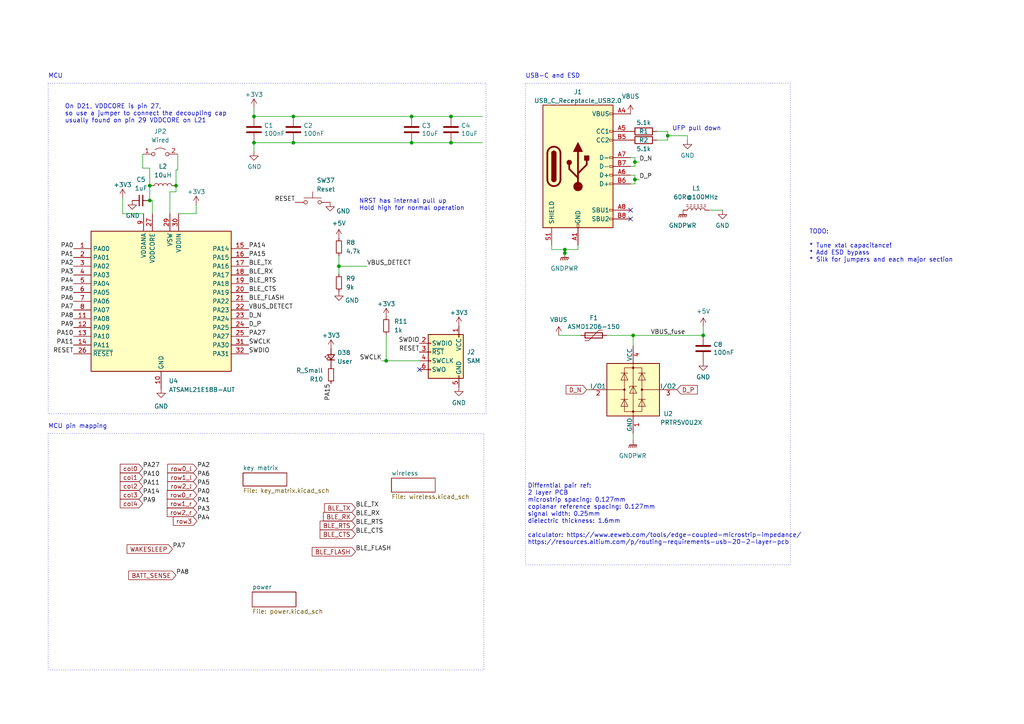
<source format=kicad_sch>
(kicad_sch (version 20230121) (generator eeschema)
  (paper "A4")
  (title_block (title "Hotswap Chiffre") (date "2023-07-13") (rev "0.2.2") (company "sporkus"))
  (lib_symbols
    (symbol "+5V_1" (power) (pin_names (offset 0))
      (property "Value" "+5V_1" (at 0 3.556 0))
      (symbol "+5V_1_0_1"
        (polyline (pts (xy -0.762 1.27) (xy 0 2.54)))
        (polyline (pts (xy 0 0) (xy 0 2.54)))
        (polyline (pts (xy 0 2.54) (xy 0.762 1.27)))
      )
      (symbol "+5V_1_1_1"
        (pin power_in line (at 0 0 90) (length 0) hide (name "+5V") (number "1"))
      )
    )
    (symbol "Connector:USB_C_Receptacle_USB2.0" (pin_names (offset 1.016))
      (property "Reference" "J" (at -10.16 19.05 0))
      (property "Value" "USB_C_Receptacle_USB2.0" (at 19.05 19.05 0))
      (symbol "USB_C_Receptacle_USB2.0_0_0"
        (rectangle (start -0.254 -17.78) (end 0.254 -16.764))
        (rectangle (start 10.16 -14.986) (end 9.144 -15.494))
        (rectangle (start 10.16 -12.446) (end 9.144 -12.954))
        (rectangle (start 10.16 -4.826) (end 9.144 -5.334))
        (rectangle (start 10.16 -2.286) (end 9.144 -2.794))
        (rectangle (start 10.16 0.254) (end 9.144 -0.254))
        (rectangle (start 10.16 2.794) (end 9.144 2.286))
        (rectangle (start 10.16 7.874) (end 9.144 7.366))
        (rectangle (start 10.16 10.414) (end 9.144 9.906))
        (rectangle (start 10.16 15.494) (end 9.144 14.986))
      )
      (symbol "USB_C_Receptacle_USB2.0_0_1"
        (rectangle (start -10.16 17.78) (end 10.16 -17.78) (stroke (width 0.254)) (fill (type background)))
        (arc (start -8.89 -3.81) (mid -6.985 -5.7067) (end -5.08 -3.81) (stroke (width 0.508)))
        (arc (start -7.62 -3.81) (mid -6.985 -4.4423) (end -6.35 -3.81) (stroke (width 0.254)))
        (arc (start -7.62 -3.81) (mid -6.985 -4.4423) (end -6.35 -3.81) (stroke (width 0.254)) (fill (type outline)))
        (rectangle (start -7.62 -3.81) (end -6.35 3.81) (stroke (width 0.254)) (fill (type outline)))
        (arc (start -6.35 3.81) (mid -6.985 4.4423) (end -7.62 3.81) (stroke (width 0.254)))
        (arc (start -6.35 3.81) (mid -6.985 4.4423) (end -7.62 3.81) (stroke (width 0.254)) (fill (type outline)))
        (arc (start -5.08 3.81) (mid -6.985 5.7067) (end -8.89 3.81) (stroke (width 0.508)))
        (circle (center -2.54 1.143) (radius 0.635) (stroke (width 0.254)) (fill (type outline)))
        (circle (center 0 -5.842) (radius 1.27) (fill (type outline)))
        (polyline (pts (xy -8.89 -3.81) (xy -8.89 3.81)) (stroke (width 0.508)))
        (polyline (pts (xy -5.08 3.81) (xy -5.08 -3.81)) (stroke (width 0.508)))
        (polyline (pts (xy 0 -5.842) (xy 0 4.318)) (stroke (width 0.508)))
        (polyline (pts (xy 0 -3.302) (xy -2.54 -0.762) (xy -2.54 0.508)) (stroke (width 0.508)))
        (polyline (pts (xy 0 -2.032) (xy 2.54 0.508) (xy 2.54 1.778)) (stroke (width 0.508)))
        (polyline (pts (xy -1.27 4.318) (xy 0 6.858) (xy 1.27 4.318) (xy -1.27 4.318)) (stroke (width 0.254)) (fill (type outline)))
        (rectangle (start 1.905 1.778) (end 3.175 3.048) (stroke (width 0.254)) (fill (type outline)))
      )
      (symbol "USB_C_Receptacle_USB2.0_1_1"
        (pin passive line (at 0 -22.86 90) (length 5.08) (name "GND") (number "A1"))
        (pin passive line (at 0 -22.86 90) (length 5.08) hide (name "GND") (number "A12"))
        (pin passive line (at 15.24 15.24 180) (length 5.08) (name "VBUS") (number "A4"))
        (pin bidirectional line (at 15.24 10.16 180) (length 5.08) (name "CC1") (number "A5"))
        (pin bidirectional line (at 15.24 -2.54 180) (length 5.08) (name "D+") (number "A6"))
        (pin bidirectional line (at 15.24 2.54 180) (length 5.08) (name "D-") (number "A7"))
        (pin bidirectional line (at 15.24 -12.7 180) (length 5.08) (name "SBU1") (number "A8"))
        (pin passive line (at 15.24 15.24 180) (length 5.08) hide (name "VBUS") (number "A9"))
        (pin passive line (at 0 -22.86 90) (length 5.08) hide (name "GND") (number "B1"))
        (pin passive line (at 0 -22.86 90) (length 5.08) hide (name "GND") (number "B12"))
        (pin passive line (at 15.24 15.24 180) (length 5.08) hide (name "VBUS") (number "B4"))
        (pin bidirectional line (at 15.24 7.62 180) (length 5.08) (name "CC2") (number "B5"))
        (pin bidirectional line (at 15.24 -5.08 180) (length 5.08) (name "D+") (number "B6"))
        (pin bidirectional line (at 15.24 0 180) (length 5.08) (name "D-") (number "B7"))
        (pin bidirectional line (at 15.24 -15.24 180) (length 5.08) (name "SBU2") (number "B8"))
        (pin passive line (at 15.24 15.24 180) (length 5.08) hide (name "VBUS") (number "B9"))
        (pin passive line (at -7.62 -22.86 90) (length 5.08) (name "SHIELD") (number "S1"))
      )
    )
    (symbol "Device:C" (pin_numbers hide) (pin_names (offset 0.254))
      (property "Reference" "C" (at 0.635 2.54 0))
      (property "Value" "C" (at 0.635 -2.54 0))
      (symbol "C_0_1"
        (polyline (pts (xy -2.032 -0.762) (xy 2.032 -0.762)) (stroke (width 0.508)))
        (polyline (pts (xy -2.032 0.762) (xy 2.032 0.762)) (stroke (width 0.508)))
      )
      (symbol "C_1_1"
        (pin passive line (at 0 3.81 270) (length 2.794) (name "~") (number "1"))
        (pin passive line (at 0 -3.81 90) (length 2.794) (name "~") (number "2"))
      )
    )
    (symbol "Device:C_Small" (pin_numbers hide) (pin_names (offset 0.254) hide)
      (property "Reference" "C" (at 0.254 1.778 0))
      (property "Value" "C_Small" (at 0.254 -2.032 0))
      (symbol "C_Small_0_1"
        (polyline (pts (xy -1.524 -0.508) (xy 1.524 -0.508)) (stroke (width 0.3302)))
        (polyline (pts (xy -1.524 0.508) (xy 1.524 0.508)) (stroke (width 0.3048)))
      )
      (symbol "C_Small_1_1"
        (pin passive line (at 0 2.54 270) (length 2.032) (name "~") (number "1"))
        (pin passive line (at 0 -2.54 90) (length 2.032) (name "~") (number "2"))
      )
    )
    (symbol "Device:L" (pin_numbers hide) (pin_names (offset 1.016) hide)
      (property "Reference" "L" (at -1.27 0 90))
      (property "Value" "L" (at 1.905 0 90))
      (symbol "L_0_1"
        (arc (start 0 -2.54) (mid 0.6323 -1.905) (end 0 -1.27))
        (arc (start 0 -1.27) (mid 0.6323 -0.635) (end 0 0))
        (arc (start 0 0) (mid 0.6323 0.635) (end 0 1.27))
        (arc (start 0 1.27) (mid 0.6323 1.905) (end 0 2.54))
      )
      (symbol "L_1_1"
        (pin passive line (at 0 3.81 270) (length 1.27) (name "1") (number "1"))
        (pin passive line (at 0 -3.81 90) (length 1.27) (name "2") (number "2"))
      )
    )
    (symbol "Device:LED_Small" (pin_numbers hide) (pin_names (offset 0.254) hide)
      (property "Reference" "D" (at -1.27 3.175 0))
      (property "Value" "LED_Small" (at -4.445 -2.54 0))
      (symbol "LED_Small_0_1"
        (polyline (pts (xy -0.762 -1.016) (xy -0.762 1.016)) (stroke (width 0.254)))
        (polyline (pts (xy 1.016 0) (xy -0.762 0)))
        (polyline (pts (xy 0.762 -1.016) (xy -0.762 0) (xy 0.762 1.016) (xy 0.762 -1.016)) (stroke (width 0.254)))
        (polyline (pts (xy 0 0.762) (xy -0.508 1.27) (xy -0.254 1.27) (xy -0.508 1.27) (xy -0.508 1.016)))
        (polyline (pts (xy 0.508 1.27) (xy 0 1.778) (xy 0.254 1.778) (xy 0 1.778) (xy 0 1.524)))
      )
      (symbol "LED_Small_1_1"
        (pin passive line (at -2.54 0 0) (length 1.778) (name "K") (number "1"))
        (pin passive line (at 2.54 0 180) (length 1.778) (name "A") (number "2"))
      )
    )
    (symbol "Device:Polyfuse" (pin_numbers hide) (pin_names (offset 0))
      (property "Reference" "F" (at -2.54 0 90))
      (property "Value" "Polyfuse" (at 2.54 0 90))
      (symbol "Polyfuse_0_1"
        (rectangle (start -0.762 2.54) (end 0.762 -2.54) (stroke (width 0.254)))
        (polyline (pts (xy 0 2.54) (xy 0 -2.54)))
        (polyline (pts (xy -1.524 2.54) (xy -1.524 1.524) (xy 1.524 -1.524) (xy 1.524 -2.54)))
      )
      (symbol "Polyfuse_1_1"
        (pin passive line (at 0 3.81 270) (length 1.27) (name "~") (number "1"))
        (pin passive line (at 0 -3.81 90) (length 1.27) (name "~") (number "2"))
      )
    )
    (symbol "Device:R" (pin_numbers hide) (pin_names (offset 0))
      (property "Reference" "R" (at 2.032 0 90))
      (property "Value" "R" (at 0 0 90))
      (symbol "R_0_1"
        (rectangle (start -1.016 -2.54) (end 1.016 2.54) (stroke (width 0.254)))
      )
      (symbol "R_1_1"
        (pin passive line (at 0 3.81 270) (length 1.27) (name "~") (number "1"))
        (pin passive line (at 0 -3.81 90) (length 1.27) (name "~") (number "2"))
      )
    )
    (symbol "Device:R_Small" (pin_numbers hide) (pin_names (offset 0.254) hide)
      (property "Reference" "R" (at 0.762 0.508 0))
      (property "Value" "R_Small" (at 0.762 -1.016 0))
      (symbol "R_Small_0_1"
        (rectangle (start -0.762 1.778) (end 0.762 -1.778) (stroke (width 0.2032)))
      )
      (symbol "R_Small_1_1"
        (pin passive line (at 0 2.54 270) (length 0.762) (name "~") (number "1"))
        (pin passive line (at 0 -2.54 90) (length 0.762) (name "~") (number "2"))
      )
    )
    (symbol "Jumper:Jumper_2_Open" (pin_names (offset 0) hide)
      (property "Reference" "JP" (at 0 2.794 0))
      (property "Value" "Jumper_2_Open" (at 0 -2.286 0))
      (symbol "Jumper_2_Open_0_0"
        (circle (center -2.032 0) (radius 0.508))
        (circle (center 2.032 0) (radius 0.508))
      )
      (symbol "Jumper_2_Open_0_1"
        (arc (start 1.524 1.27) (mid 0 1.778) (end -1.524 1.27))
      )
      (symbol "Jumper_2_Open_1_1"
        (pin passive line (at -5.08 0 0) (length 2.54) (name "A") (number "1"))
        (pin passive line (at 5.08 0 180) (length 2.54) (name "B") (number "2"))
      )
    )
    (symbol "MCU_Microchip_SAML:ATSAML21E18B-AUT"
      (property "Reference" "U" (at -17.78 22.86 0))
      (property "Value" "ATSAML21E18B-AUT" (at -12.7 -22.86 0))
      (symbol "ATSAML21E18B-AUT_0_1"
        (rectangle (start -20.32 20.32) (end 20.32 -20.32) (stroke (width 0.254)) (fill (type background)))
      )
      (symbol "ATSAML21E18B-AUT_1_1"
        (pin bidirectional line (at -25.4 15.24 0) (length 5.08) (name "PA00") (number "1"))
        (pin power_in line (at 0 -25.4 90) (length 5.08) (name "GND") (number "10"))
        (pin bidirectional line (at -25.4 -5.08 0) (length 5.08) (name "PA08") (number "11"))
        (pin bidirectional line (at -25.4 -7.62 0) (length 5.08) (name "PA09") (number "12"))
        (pin bidirectional line (at -25.4 -10.16 0) (length 5.08) (name "PA10") (number "13"))
        (pin bidirectional line (at -25.4 -12.7 0) (length 5.08) (name "PA11") (number "14"))
        (pin bidirectional line (at 25.4 15.24 180) (length 5.08) (name "PA14") (number "15"))
        (pin bidirectional line (at 25.4 12.7 180) (length 5.08) (name "PA15") (number "16"))
        (pin bidirectional line (at 25.4 10.16 180) (length 5.08) (name "PA16") (number "17"))
        (pin bidirectional line (at 25.4 7.62 180) (length 5.08) (name "PA17") (number "18"))
        (pin bidirectional line (at 25.4 5.08 180) (length 5.08) (name "PA18") (number "19"))
        (pin bidirectional line (at -25.4 12.7 0) (length 5.08) (name "PA01") (number "2"))
        (pin bidirectional line (at 25.4 2.54 180) (length 5.08) (name "PA19") (number "20"))
        (pin bidirectional line (at 25.4 0 180) (length 5.08) (name "PA22") (number "21"))
        (pin bidirectional line (at 25.4 -2.54 180) (length 5.08) (name "PA23") (number "22"))
        (pin bidirectional line (at 25.4 -5.08 180) (length 5.08) (name "PA24") (number "23"))
        (pin bidirectional line (at 25.4 -7.62 180) (length 5.08) (name "PA25") (number "24"))
        (pin bidirectional line (at 25.4 -10.16 180) (length 5.08) (name "PA27") (number "25"))
        (pin input line (at -25.4 -15.24 0) (length 5.08) (name "~{RESET}") (number "26"))
        (pin power_in line (at -2.54 25.4 270) (length 5.08) (name "VDDCORE") (number "27"))
        (pin passive line (at 0 -25.4 90) (length 5.08) hide (name "GND") (number "28"))
        (pin power_out line (at 2.54 25.4 270) (length 5.08) (name "VSW") (number "29"))
        (pin bidirectional line (at -25.4 10.16 0) (length 5.08) (name "PA02") (number "3"))
        (pin power_in line (at 5.08 25.4 270) (length 5.08) (name "VDDIN") (number "30"))
        (pin bidirectional line (at 25.4 -12.7 180) (length 5.08) (name "PA30") (number "31"))
        (pin bidirectional line (at 25.4 -15.24 180) (length 5.08) (name "PA31") (number "32"))
        (pin bidirectional line (at -25.4 7.62 0) (length 5.08) (name "PA03") (number "4"))
        (pin bidirectional line (at -25.4 5.08 0) (length 5.08) (name "PA04") (number "5"))
        (pin bidirectional line (at -25.4 2.54 0) (length 5.08) (name "PA05") (number "6"))
        (pin bidirectional line (at -25.4 0 0) (length 5.08) (name "PA06") (number "7"))
        (pin bidirectional line (at -25.4 -2.54 0) (length 5.08) (name "PA07") (number "8"))
        (pin power_in line (at -5.08 25.4 270) (length 5.08) (name "VDDANA") (number "9"))
      )
    )
    (symbol "PCM_marbastlib-various:TC2030_SWD" (pin_names (offset 1.016))
      (property "Reference" "J" (at -3.81 -6.35 0))
      (property "Value" "TC2030_SWD" (at -10.16 8.89 0))
      (symbol "TC2030_SWD_0_1"
        (rectangle (start -3.81 7.62) (end 6.35 -5.08) (stroke (width 0.254)) (fill (type background)))
        (rectangle (start -3.048 -2.667) (end -3.81 -2.413))
        (rectangle (start -3.048 -0.127) (end -3.81 0.127))
        (rectangle (start -3.048 2.413) (end -3.81 2.667))
        (rectangle (start -3.048 4.953) (end -3.81 5.207))
        (rectangle (start 4.953 -5.08) (end 5.207 -4.318))
        (rectangle (start 4.953 6.858) (end 5.207 7.62))
      )
      (symbol "TC2030_SWD_1_1"
        (pin passive line (at 5.08 10.16 270) (length 2.54) (name "VCC") (number "1"))
        (pin passive line (at -6.35 5.08 0) (length 2.54) (name "SWDIO") (number "2"))
        (pin passive line (at -6.35 2.54 0) (length 2.54) (name "~{RST}") (number "3"))
        (pin passive line (at -6.35 0 0) (length 2.54) (name "SWCLK") (number "4"))
        (pin passive line (at 5.08 -7.62 90) (length 2.54) (name "GND") (number "5"))
        (pin passive line (at -6.35 -2.54 0) (length 2.54) (name "SWO") (number "6"))
      )
    )
    (symbol "Power_Protection:PRTR5V0U2X" (pin_names (offset 0))
      (property "Reference" "D" (at 2.794 8.636 0))
      (property "Value" "PRTR5V0U2X" (at 8.128 -9.398 0))
      (symbol "PRTR5V0U2X_0_1"
        (rectangle (start -7.62 -7.62) (end 7.62 7.62) (stroke (width 0.254)) (fill (type background)))
        (circle (center -2.54 0) (radius 0.254) (fill (type outline)))
        (rectangle (start -2.54 6.35) (end 2.54 -6.35))
        (circle (center 0 -6.35) (radius 0.254) (fill (type outline)))
        (polyline (pts (xy -2.54 0) (xy -7.62 0)))
        (polyline (pts (xy -1.524 -2.794) (xy -3.556 -2.794)))
        (polyline (pts (xy -1.524 4.826) (xy -3.556 4.826)))
        (polyline (pts (xy 0 -7.62) (xy 0 7.62)))
        (polyline (pts (xy 1.524 -2.794) (xy 3.556 -2.794)))
        (polyline (pts (xy 1.524 4.826) (xy 3.556 4.826)))
        (polyline (pts (xy 2.54 0) (xy 7.62 0)))
        (polyline (pts (xy 1.016 1.016) (xy -1.016 1.016) (xy -1.016 0.508)))
        (polyline (pts (xy -3.556 -4.826) (xy -1.524 -4.826) (xy -2.54 -2.794) (xy -3.556 -4.826)))
        (polyline (pts (xy -3.556 2.794) (xy -1.524 2.794) (xy -2.54 4.826) (xy -3.556 2.794)))
        (polyline (pts (xy -1.016 -1.016) (xy 1.016 -1.016) (xy 0 1.016) (xy -1.016 -1.016)))
        (polyline (pts (xy 3.556 -4.826) (xy 1.524 -4.826) (xy 2.54 -2.794) (xy 3.556 -4.826)))
        (polyline (pts (xy 3.556 2.794) (xy 1.524 2.794) (xy 2.54 4.826) (xy 3.556 2.794)))
        (circle (center 0 6.35) (radius 0.254) (fill (type outline)))
        (circle (center 2.54 0) (radius 0.254) (fill (type outline)))
      )
      (symbol "PRTR5V0U2X_1_1"
        (pin passive line (at 0 -12.7 90) (length 5.08) (name "GND") (number "1"))
        (pin passive line (at -12.7 0 0) (length 5.08) (name "I/O1") (number "2"))
        (pin passive line (at 12.7 0 180) (length 5.08) (name "I/O2") (number "3"))
        (pin passive line (at 0 12.7 270) (length 5.08) (name "VCC") (number "4"))
      )
    )
    (symbol "Switch:SW_Push" (pin_numbers hide) (pin_names (offset 1.016) hide)
      (property "Reference" "SW" (at 1.27 2.54 0))
      (property "Value" "SW_Push" (at 0 -1.524 0))
      (symbol "SW_Push_0_1"
        (circle (center -2.032 0) (radius 0.508))
        (polyline (pts (xy 0 1.27) (xy 0 3.048)))
        (polyline (pts (xy 2.54 1.27) (xy -2.54 1.27)))
        (circle (center 2.032 0) (radius 0.508))
        (pin passive line (at -5.08 0 0) (length 2.54) (name "1") (number "1"))
        (pin passive line (at 5.08 0 180) (length 2.54) (name "2") (number "2"))
      )
    )
    (symbol "Unified-Daughterboard-rescue:L_Core_Ferrite-Device" (pin_numbers hide) (pin_names (offset 1.016) hide)
      (property "Reference" "L" (at -1.27 0 90))
      (property "Value" "Device_L_Core_Ferrite" (at 2.794 0 90))
      (symbol "L_Core_Ferrite-Device_0_1"
        (arc (start 0 -2.54) (mid 0.6323 -1.905) (end 0 -1.27))
        (arc (start 0 -1.27) (mid 0.6323 -0.635) (end 0 0))
        (polyline (pts (xy 1.016 -2.794) (xy 1.016 -2.286)))
        (polyline (pts (xy 1.016 -1.778) (xy 1.016 -1.27)))
        (polyline (pts (xy 1.016 -0.762) (xy 1.016 -0.254)))
        (polyline (pts (xy 1.016 0.254) (xy 1.016 0.762)))
        (polyline (pts (xy 1.016 1.27) (xy 1.016 1.778)))
        (polyline (pts (xy 1.016 2.286) (xy 1.016 2.794)))
        (polyline (pts (xy 1.524 -2.286) (xy 1.524 -2.794)))
        (polyline (pts (xy 1.524 -1.27) (xy 1.524 -1.778)))
        (polyline (pts (xy 1.524 -0.254) (xy 1.524 -0.762)))
        (polyline (pts (xy 1.524 0.762) (xy 1.524 0.254)))
        (polyline (pts (xy 1.524 1.778) (xy 1.524 1.27)))
        (polyline (pts (xy 1.524 2.794) (xy 1.524 2.286)))
        (arc (start 0 0) (mid 0.6323 0.635) (end 0 1.27))
        (arc (start 0 1.27) (mid 0.6323 1.905) (end 0 2.54))
      )
      (symbol "L_Core_Ferrite-Device_1_1"
        (pin passive line (at 0 3.81 270) (length 1.27) (name "1") (number "1"))
        (pin passive line (at 0 -3.81 90) (length 1.27) (name "2") (number "2"))
      )
    )
    (symbol "power:+3V3" (power) (pin_names (offset 0))
      (property "Value" "+3V3" (at 0 3.556 0))
      (symbol "+3V3_0_1"
        (polyline (pts (xy -0.762 1.27) (xy 0 2.54)))
        (polyline (pts (xy 0 0) (xy 0 2.54)))
        (polyline (pts (xy 0 2.54) (xy 0.762 1.27)))
      )
      (symbol "+3V3_1_1"
        (pin power_in line (at 0 0 90) (length 0) hide (name "+3V3") (number "1"))
      )
    )
    (symbol "power:+5V" (power) (pin_names (offset 0))
      (property "Value" "+5V" (at 0 3.556 0))
      (symbol "+5V_0_1"
        (polyline (pts (xy -0.762 1.27) (xy 0 2.54)))
        (polyline (pts (xy 0 0) (xy 0 2.54)))
        (polyline (pts (xy 0 2.54) (xy 0.762 1.27)))
      )
      (symbol "+5V_1_1"
        (pin power_in line (at 0 0 90) (length 0) hide (name "+5V") (number "1"))
      )
    )
    (symbol "power:GND" (power) (pin_names (offset 0))
      (property "Value" "GND" (at 0 -3.81 0))
      (symbol "GND_0_1"
        (polyline (pts (xy 0 0) (xy 0 -1.27) (xy 1.27 -1.27) (xy 0 -2.54) (xy -1.27 -1.27) (xy 0 -1.27)))
      )
      (symbol "GND_1_1"
        (pin power_in line (at 0 0 270) (length 0) hide (name "GND") (number "1"))
      )
    )
    (symbol "power:GNDPWR" (power) (pin_names (offset 0))
      (property "Value" "GNDPWR" (at 0 -3.302 0))
      (symbol "GNDPWR_0_1"
        (polyline (pts (xy 0 -1.27) (xy 0 0)))
        (polyline (pts (xy -1.016 -1.27) (xy -1.27 -2.032) (xy -1.27 -2.032)) (stroke (width 0.2032)))
        (polyline (pts (xy -0.508 -1.27) (xy -0.762 -2.032) (xy -0.762 -2.032)) (stroke (width 0.2032)))
        (polyline (pts (xy 0 -1.27) (xy -0.254 -2.032) (xy -0.254 -2.032)) (stroke (width 0.2032)))
        (polyline (pts (xy 0.508 -1.27) (xy 0.254 -2.032) (xy 0.254 -2.032)) (stroke (width 0.2032)))
        (polyline (pts (xy 1.016 -1.27) (xy -1.016 -1.27) (xy -1.016 -1.27)) (stroke (width 0.2032)))
        (polyline (pts (xy 1.016 -1.27) (xy 0.762 -2.032) (xy 0.762 -2.032) (xy 0.762 -2.032)) (stroke (width 0.2032)))
      )
      (symbol "GNDPWR_1_1"
        (pin power_in line (at 0 0 270) (length 0) hide (name "GNDPWR") (number "1"))
      )
    )
    (symbol "power:VBUS" (power) (pin_names (offset 0))
      (property "Value" "VBUS" (at 0 3.81 0))
      (symbol "VBUS_0_1"
        (polyline (pts (xy -0.762 1.27) (xy 0 2.54)))
        (polyline (pts (xy 0 0) (xy 0 2.54)))
        (polyline (pts (xy 0 2.54) (xy 0.762 1.27)))
      )
      (symbol "VBUS_1_1"
        (pin power_in line (at 0 0 90) (length 0) hide (name "VBUS") (number "1"))
      )
    )
  )
  (junction (at 163.83 72.39))
  (junction (at 43.434 53.848))
  (junction (at 43.434 58.166))
  (junction (at 112.014 104.648))
  (junction (at 85.09 33.782))
  (junction (at 98.298 77.216))
  (junction (at 184.15 52.07))
  (junction (at 184.15 46.99))
  (junction (at 193.675 39.37))
  (junction (at 203.962 97.282))
  (junction (at 119.38 33.782))
  (junction (at 183.642 97.282))
  (junction (at 130.81 33.782))
  (junction (at 51.054 53.848))
  (junction (at 119.38 41.402))
  (junction (at 85.09 41.402))
  (junction (at 73.66 41.402))
  (junction (at 73.66 33.782))
  (junction (at 163.83 73.406))
  (junction (at 130.81 41.402))
  (no_connect (at 182.88 60.96))
  (no_connect (at 121.666 107.188))
  (no_connect (at 182.88 63.5))
  (wire (pts (xy 130.81 33.782) (xy 139.954 33.782)))
  (wire (pts (xy 110.744 104.648) (xy 112.014 104.648)))
  (wire (pts (xy 160.02 72.39) (xy 163.83 72.39)))
  (wire (pts (xy 184.15 45.72) (xy 184.15 46.99)))
  (wire (pts (xy 85.09 33.782) (xy 73.66 33.782)))
  (wire (pts (xy 199.39 39.37) (xy 199.39 40.64)))
  (wire (pts (xy 119.38 41.402) (xy 130.81 41.402)))
  (wire (pts (xy 43.434 53.848) (xy 43.434 58.166)))
  (wire (pts (xy 162.052 97.282) (xy 168.402 97.282)))
  (wire (pts (xy 43.434 48.768) (xy 43.434 53.848)))
  (wire (pts (xy 193.675 39.37) (xy 193.675 38.1)))
  (wire (pts (xy 163.83 73.406) (xy 163.83 72.39)))
  (wire (pts (xy 184.15 50.8) (xy 184.15 52.07)))
  (wire (pts (xy 209.55 60.96) (xy 205.74 60.96)))
  (wire (pts (xy 167.64 72.39) (xy 167.64 71.12)))
  (wire (pts (xy 41.402 44.704) (xy 41.402 48.768)))
  (wire (pts (xy 51.054 53.848) (xy 51.054 49.276)))
  (wire (pts (xy 112.014 97.028) (xy 112.014 104.648)))
  (wire (pts (xy 98.298 77.216) (xy 106.426 77.216)))
  (wire (pts (xy 41.656 61.976) (xy 35.56 61.976)))
  (wire (pts (xy 160.02 71.12) (xy 160.02 72.39)))
  (wire (pts (xy 183.642 125.73) (xy 183.642 127.762)))
  (wire (pts (xy 49.276 61.976) (xy 49.276 55.626)))
  (wire (pts (xy 184.15 53.34) (xy 184.15 52.07)))
  (wire (pts (xy 98.298 74.168) (xy 98.298 77.216)))
  (wire (pts (xy 182.88 48.26) (xy 184.15 48.26)))
  (wire (pts (xy 163.83 72.39) (xy 167.64 72.39)))
  (wire (pts (xy 98.298 77.216) (xy 98.298 79.502)))
  (wire (pts (xy 41.402 48.768) (xy 43.434 48.768)))
  (wire (pts (xy 49.276 55.626) (xy 51.054 55.626)))
  (wire (pts (xy 51.054 55.626) (xy 51.054 53.848)))
  (wire (pts (xy 56.896 59.436) (xy 56.896 61.976)))
  (wire (pts (xy 73.66 43.942) (xy 73.66 41.402)))
  (wire (pts (xy 190.5 38.1) (xy 193.675 38.1)))
  (wire (pts (xy 193.675 39.37) (xy 199.39 39.37)))
  (wire (pts (xy 203.962 94.742) (xy 203.962 97.282)))
  (wire (pts (xy 51.816 61.976) (xy 56.896 61.976)))
  (wire (pts (xy 182.88 50.8) (xy 184.15 50.8)))
  (wire (pts (xy 43.434 58.166) (xy 44.196 58.166)))
  (wire (pts (xy 112.014 104.648) (xy 121.666 104.648)))
  (wire (pts (xy 182.88 53.34) (xy 184.15 53.34)))
  (wire (pts (xy 44.196 58.166) (xy 44.196 61.976)))
  (wire (pts (xy 190.5 40.64) (xy 193.675 40.64)))
  (wire (pts (xy 182.88 45.72) (xy 184.15 45.72)))
  (wire (pts (xy 51.054 49.276) (xy 51.562 49.276)))
  (wire (pts (xy 183.642 97.282) (xy 203.962 97.282)))
  (wire (pts (xy 183.642 97.282) (xy 183.642 100.33)))
  (wire (pts (xy 170.18 113.03) (xy 170.942 113.03)))
  (wire (pts (xy 35.56 57.404) (xy 35.56 61.976)))
  (wire (pts (xy 85.09 41.402) (xy 119.38 41.402)))
  (wire (pts (xy 163.83 73.66) (xy 163.83 73.406)))
  (wire (pts (xy 176.022 97.282) (xy 183.642 97.282)))
  (wire (pts (xy 193.675 40.64) (xy 193.675 39.37)))
  (wire (pts (xy 184.15 46.99) (xy 184.15 48.26)))
  (wire (pts (xy 119.38 33.782) (xy 130.81 33.782)))
  (wire (pts (xy 85.09 33.782) (xy 119.38 33.782)))
  (wire (pts (xy 184.15 52.07) (xy 185.42 52.07)))
  (wire (pts (xy 51.562 44.704) (xy 51.562 49.276)))
  (wire (pts (xy 73.66 31.242) (xy 73.66 33.782)))
  (wire (pts (xy 130.81 41.402) (xy 139.954 41.402)))
  (wire (pts (xy 184.15 46.99) (xy 185.42 46.99)))
  (wire (pts (xy 85.09 41.402) (xy 73.66 41.402)))
  (rectangle (start 13.97 125.73) (end 140.335 194.31) (stroke (width 0) (type dot)))
  (rectangle (start 152.4 24.13) (end 229.235 163.83) (stroke (width 0) (type dot)))
  (rectangle (start 13.97 24.13) (end 140.97 120.015) (stroke (width 0) (type dot)))
  (text "On D21, VDDCORE is pin 27,\nso use a jumper to connect the decoupling cap\nusually found on pin 29 VDDCORE on L21" (at 18.796 35.814 0) (effects (font (size 1.27 1.27)) (justify left bottom)))
  (text "UFP pull down" (at 194.945 38.1 0) (effects (font (size 1.27 1.27)) (justify left bottom)))
  (text "MCU pin mapping" (at 13.97 124.46 0) (effects (font (size 1.27 1.27)) (justify left bottom)))
  (text "TODO:\n\n* Tune xtal capacitance!\n* Add ESD bypass\n* Silk for jumpers and each major section\n" (at 234.696 76.2 0) (effects (font (size 1.27 1.27)) (justify left bottom)))
  (text "MCU" (at 13.97 22.86 0) (effects (font (size 1.27 1.27)) (justify left bottom)))
  (text "USB-C and ESD" (at 152.4 22.86 0) (effects (font (size 1.27 1.27)) (justify left bottom)))
  (text "NRST has internal pull up\nHold high for normal operation" (at 104.14 61.214 0) (effects (font (size 1.27 1.27)) (justify left bottom)))
  (text "Differntial pair ref:\n2 layer PCB\nmicrostrip spacing: 0.127mm\ncoplanar reference spacing: 0.127mm\nsignal width: 0.25mm\ndielectric thickness: 1.6mm\n\ncalculator: https://www.eeweb.com/tools/edge-coupled-microstrip-impedance/\nhttps://resources.altium.com/p/routing-requirements-usb-20-2-layer-pcb" (at 153.035 158.115 0) (effects (font (size 1.27 1.27)) (justify left bottom)))
  (label "PA10" (at 41.402 138.43 0))
  (label "PA8" (at 21.336 92.456 180))
  (label "PA15" (at 72.136 74.676 0))
  (label "PA11" (at 21.336 100.076 180))
  (label "PA7" (at 21.336 89.916 180))
  (label "PA0" (at 57.15 143.51 0))
  (label "PA1" (at 21.336 74.676 180))
  (label "PA3" (at 21.336 79.756 180))
  (label "PA2" (at 57.15 135.89 0))
  (label "D_N" (at 185.42 46.99 0))
  (label "PA6" (at 57.15 138.43 0))
  (label "SWDIO" (at 72.136 102.616 0))
  (label "D_P" (at 185.42 52.07 0))
  (label "BLE_RTS" (at 103.124 152.4 0))
  (label "D_P" (at 72.136 94.996 0))
  (label "BLE_FLASH" (at 103.124 160.02 0))
  (label "PA11" (at 41.402 140.97 0))
  (label "PA14" (at 41.402 143.51 0))
  (label "VBUS_fuse" (at 188.722 97.282 0))
  (label "PA15" (at 96.012 111.252 270))
  (label "VBUS_DETECT" (at 106.426 77.216 0))
  (label "BLE_FLASH" (at 72.136 87.376 0))
  (label "PA9" (at 21.336 94.996 180))
  (label "PA1" (at 57.15 146.05 0))
  (label "RESET" (at 21.336 102.616 180))
  (label "PA27" (at 72.136 97.536 0))
  (label "PA4" (at 57.15 151.13 0))
  (label "SWCLK" (at 72.136 100.076 0))
  (label "SWDIO" (at 121.666 99.568 180))
  (label "RESET" (at 85.598 58.674 180))
  (label "PA8" (at 51.054 166.878 0))
  (label "PA7" (at 50.038 159.258 0))
  (label "PA6" (at 21.336 87.376 180))
  (label "PA27" (at 41.402 135.89 0))
  (label "BLE_RTS" (at 72.136 82.296 0))
  (label "BLE_TX" (at 72.136 77.216 0))
  (label "PA9" (at 41.402 146.05 0))
  (label "VBUS_DETECT" (at 72.136 89.916 0))
  (label "PA10" (at 21.336 97.536 180))
  (label "RESET" (at 121.666 102.108 180))
  (label "BLE_TX" (at 103.124 147.32 0))
  (label "PA0" (at 21.336 72.136 180))
  (label "SWCLK" (at 110.744 104.648 180))
  (label "D_N" (at 72.136 92.456 0))
  (label "PA14" (at 72.136 72.136 0))
  (label "PA4" (at 21.336 82.296 180))
  (label "BLE_CTS" (at 72.136 84.836 0))
  (label "BLE_RX" (at 103.124 149.86 0))
  (label "PA5" (at 21.336 84.836 180))
  (label "PA5" (at 57.15 140.97 0))
  (label "PA2" (at 21.336 77.216 180))
  (label "BLE_CTS" (at 103.124 154.94 0))
  (label "PA3" (at 57.15 148.59 0))
  (label "BLE_RX" (at 72.136 79.756 0))
  (global_label "col4" (shape input) (at 41.402 146.05 180) (property "Intersheetrefs" "${INTERSHEET_REFS}" (effects hide)))
  (global_label "row2_r" (shape input) (at 57.15 148.59 180) (property "Intersheetrefs" "${INTERSHEET_REFS}" (effects hide)))
  (global_label "BLE_RX" (shape input) (at 103.124 149.86 180) (property "Intersheetrefs" "${INTERSHEET_REFS}" (effects hide)))
  (global_label "D_N" (shape input) (at 170.18 113.03 180) (property "Intersheetrefs" "${INTERSHEET_REFS}" (effects hide)))
  (global_label "BLE_TX" (shape input) (at 103.124 147.32 180) (property "Intersheetrefs" "${INTERSHEET_REFS}" (effects hide)))
  (global_label "row2_l" (shape input) (at 57.15 140.97 180) (property "Intersheetrefs" "${INTERSHEET_REFS}" (effects hide)))
  (global_label "WAKESLEEP" (shape input) (at 50.038 159.258 180) (property "Intersheetrefs" "${INTERSHEET_REFS}" (effects hide)))
  (global_label "col0" (shape input) (at 41.402 135.89 180) (property "Intersheetrefs" "${INTERSHEET_REFS}" (effects hide)))
  (global_label "BLE_CTS" (shape input) (at 103.124 154.94 180) (property "Intersheetrefs" "${INTERSHEET_REFS}" (effects hide)))
  (global_label "D_P" (shape input) (at 196.342 113.03 0) (property "Intersheetrefs" "${INTERSHEET_REFS}" (effects hide)))
  (global_label "col2" (shape input) (at 41.402 140.97 180) (property "Intersheetrefs" "${INTERSHEET_REFS}" (effects hide)))
  (global_label "row0_r" (shape input) (at 57.15 143.51 180) (property "Intersheetrefs" "${INTERSHEET_REFS}" (effects hide)))
  (global_label "col3" (shape input) (at 41.402 143.51 180) (property "Intersheetrefs" "${INTERSHEET_REFS}" (effects hide)))
  (global_label "row1_r" (shape input) (at 57.15 146.05 180) (property "Intersheetrefs" "${INTERSHEET_REFS}" (effects hide)))
  (global_label "BATT_SENSE" (shape input) (at 51.054 166.878 180) (property "Intersheetrefs" "${INTERSHEET_REFS}" (effects hide)))
  (global_label "BLE_RTS" (shape input) (at 103.124 152.4 180) (property "Intersheetrefs" "${INTERSHEET_REFS}" (effects hide)))
  (global_label "row3" (shape input) (at 57.15 151.13 180) (property "Intersheetrefs" "${INTERSHEET_REFS}" (effects hide)))
  (global_label "row1_l" (shape input) (at 57.15 138.43 180) (property "Intersheetrefs" "${INTERSHEET_REFS}" (effects hide)))
  (global_label "row0_l" (shape input) (at 57.15 135.89 180) (property "Intersheetrefs" "${INTERSHEET_REFS}" (effects hide)))
  (global_label "BLE_FLASH" (shape input) (at 103.124 160.02 180) (property "Intersheetrefs" "${INTERSHEET_REFS}" (effects hide)))
  (global_label "col1" (shape input) (at 41.402 138.43 180) (property "Intersheetrefs" "${INTERSHEET_REFS}" (effects hide)))
  (symbol (lib_id "Device:R_Small") (at 96.012 108.712 180) (unit 1)
    (property "Reference" "R10" (at 93.726 109.982 0) (effects (justify left)))
    (property "Value" "R_Small" (at 93.726 107.442 0) (effects (justify left)))
    (property "Footprint" "Resistor_SMD:R_0805_2012Metric" (effects hide))
  )
  (symbol (lib_id "Unified-Daughterboard-rescue:L_Core_Ferrite-Device") (at 201.93 60.96 90) (unit 1)
    (property "Reference" "L1" (at 203.2 54.61 90) (effects (justify left)))
    (property "Value" "60R@100MHz" (at 208.28 57.15 90) (effects (justify left)))
    (property "Footprint" "Inductor_SMD:L_1206_3216Metric" (effects hide))
    (property "Manufacturer" "MELED Industrial" (effects hide))
    (property "Manufacturer Part No" "MLB3216-600P4A(f)" (effects hide))
    (property "LCSC" "C33600" (effects hide))
    (property "Package" "L1206" (effects hide))
  )
  (symbol (lib_id "power:GND") (at 95.758 58.674 0) (unit 1)
    (property "Reference" "#PWR011" (effects hide))
    (property "Value" "GND" (at 99.568 61.214 0))
  )
  (symbol (lib_id "Connector:USB_C_Receptacle_USB2.0") (at 167.64 48.26 0) (unit 1)
    (property "Reference" "J1" (at 167.64 26.67 0))
    (property "Value" "USB_C_Receptacle_USB2.0" (at 167.64 29.21 0))
    (property "Footprint" "Connector_USB:USB_C_Receptacle_HRO_TYPE-C-31-M-12" (effects hide))
    (property "Datasheet" "https://www.usb.org/sites/default/files/documents/usb_type-c.zip" (effects hide))
    (property "JlcRotOffset" "180" (effects hide))
    (property "JlcPosOffset" "0,1.5" (effects hide))
  )
  (symbol (lib_id "power:GNDPWR") (at 163.83 73.406 0) (unit 1)
    (property "Reference" "#PWR09" (effects hide))
    (property "Value" "GNDPWR" (at 163.703 77.851 0))
  )
  (symbol (lib_id "power:+3V3") (at 35.56 57.404 0) (unit 1)
    (property "Reference" "#PWR02" (effects hide))
    (property "Value" "+3V3" (at 35.56 53.594 0))
  )
  (symbol (lib_id "Power_Protection:PRTR5V0U2X") (at 183.642 113.03 0) (unit 1)
    (property "Reference" "U2" (at 193.802 120.015 0))
    (property "Value" "PRTR5V0U2X" (at 197.612 122.555 0))
    (property "Footprint" "Package_TO_SOT_SMD:SOT-143" (effects hide))
    (property "Datasheet" "https://assets.nexperia.com/documents/data-sheet/PRTR5V0U2X.pdf" (effects hide))
    (property "LCSC" "C2827688" (effects hide))
    (property "JlcRotOffset" "90" (effects hide))
  )
  (symbol (lib_id "power:GND") (at 133.096 112.268 0) (unit 1)
    (property "Reference" "#PWR012" (effects hide))
    (property "Value" "GND" (at 133.096 116.84 0))
  )
  (symbol (lib_id "power:GND") (at 98.298 84.582 0) (unit 1)
    (property "Reference" "#PWR046" (effects hide))
    (property "Value" "GND" (at 102.108 87.122 0))
  )
  (symbol (lib_id "MCU_Microchip_SAML:ATSAML21E18B-AUT") (at 46.736 87.376 0) (unit 1)
    (property "Reference" "U4" (at 48.9301 110.49 0) (effects (justify left)))
    (property "Value" "ATSAML21E18B-AUT" (at 48.9301 113.03 0) (effects (justify left)))
    (property "Footprint" "Package_QFP:TQFP-32_7x7mm_P0.8mm" (effects hide))
    (property "Datasheet" "http://ww1.microchip.com/downloads/en/DeviceDoc/60001477A.pdf" (effects hide))
  )
  (symbol (lib_id "power:+3V3") (at 133.096 94.488 0) (unit 1)
    (property "Reference" "#PWR016" (effects hide))
    (property "Value" "+3V3" (at 133.096 90.678 0))
  )
  (symbol (lib_id "power:VBUS") (at 162.052 97.282 0) (unit 1)
    (property "Reference" "#PWR042" (effects hide))
    (property "Value" "VBUS" (at 162.052 92.71 0))
  )
  (symbol (lib_id "Jumper:Jumper_2_Open") (at 46.482 44.704 0) (unit 1) (in_bom no)
    (property "Reference" "JP2" (at 46.482 38.1 0))
    (property "Value" "Wired" (at 46.482 40.64 0))
    (property "Footprint" "Jumper:SolderJumper-2_P1.3mm_Open_TrianglePad1.0x1.5mm" (effects hide))
  )
  (symbol (lib_id "power:GND") (at 73.66 43.942 0) (unit 1)
    (property "Reference" "#PWR05" (effects hide))
    (property "Value" "GND" (at 73.787 48.3362 0))
  )
  (symbol (lib_id "power:GND") (at 38.354 58.166 0) (unit 1)
    (property "Reference" "#PWR07" (effects hide))
    (property "Value" "GND" (at 38.481 62.5602 0))
  )
  (symbol (lib_id "power:+3V3") (at 73.66 31.242 0) (unit 1)
    (property "Reference" "#PWR03" (effects hide))
    (property "Value" "+3V3" (at 73.66 27.432 0))
  )
  (symbol (lib_id "power:GND") (at 199.39 40.64 0) (unit 1)
    (property "Reference" "#PWR04" (effects hide))
    (property "Value" "GND" (at 199.39 45.085 0))
  )
  (symbol (lib_id "power:GNDPWR") (at 198.12 60.96 0) (unit 1)
    (property "Reference" "#PWR08" (effects hide))
    (property "Value" "GNDPWR" (at 197.993 65.405 0))
  )
  (symbol (lib_id "Device:R") (at 186.69 40.64 270) (mirror x) (unit 1)
    (property "Reference" "R2" (at 186.69 40.64 90))
    (property "Value" "5.1k" (at 186.69 43.18 90))
    (property "Footprint" "Resistor_SMD:R_0805_2012Metric" (effects hide))
  )
  (symbol (lib_id "power:GNDPWR") (at 183.642 127.762 0) (unit 1)
    (property "Reference" "#PWR015" (effects hide))
    (property "Value" "GNDPWR" (at 183.515 132.207 0))
  )
  (symbol (lib_id "power:GND") (at 46.736 112.776 0) (unit 1)
    (property "Reference" "#PWR025" (effects hide))
    (property "Value" "GND" (at 46.736 117.856 0))
  )
  (symbol (lib_id "Device:L") (at 47.244 53.848 90) (unit 1)
    (property "Reference" "L2" (at 47.244 48.26 90))
    (property "Value" "10uH" (at 47.244 50.8 90))
    (property "Footprint" "Inductor_SMD:L_0805_2012Metric" (effects hide))
    (property "Config" "+L21" (effects hide))
    (property "LCSC Part Number" "C2932309" (effects hide))
  )
  (symbol (lib_id "power:+5V") (at 98.298 69.088 0) (unit 1)
    (property "Reference" "#PWR045" (effects hide))
    (property "Value" "+5V" (at 98.298 64.77 0))
  )
  (symbol (lib_id "Device:C") (at 73.66 37.592 0) (unit 1)
    (property "Reference" "C1" (at 76.581 36.4236 0) (effects (justify left)))
    (property "Value" "100nF" (at 76.581 38.735 0) (effects (justify left)))
    (property "Footprint" "Capacitor_SMD:C_0805_2012Metric" (effects hide))
    (property "LCSC" "C307331" (effects hide))
  )
  (symbol (lib_id "Device:C") (at 130.81 37.592 0) (unit 1)
    (property "Reference" "C4" (at 133.731 36.4236 0) (effects (justify left)))
    (property "Value" "10uF" (at 133.731 38.735 0) (effects (justify left)))
    (property "Footprint" "Capacitor_SMD:C_0805_2012Metric" (effects hide))
  )
  (symbol (lib_id "Device:C") (at 85.09 37.592 0) (unit 1)
    (property "Reference" "C2" (at 88.011 36.4236 0) (effects (justify left)))
    (property "Value" "100nF" (at 88.011 38.735 0) (effects (justify left)))
    (property "Footprint" "Capacitor_SMD:C_0805_2012Metric" (effects hide))
    (property "LCSC" "C307331" (effects hide))
  )
  (symbol (lib_id "power:VBUS") (at 182.88 33.02 0) (unit 1)
    (property "Reference" "#PWR041" (effects hide))
    (property "Value" "VBUS" (at 182.88 27.94 0))
  )
  (symbol (lib_name "+5V_1") (lib_id "power:+5V") (at 203.962 94.742 0) (unit 1)
    (property "Reference" "#PWR010" (effects hide))
    (property "Value" "+5V" (at 203.962 90.297 0))
  )
  (symbol (lib_id "Device:Polyfuse") (at 172.212 97.282 90) (unit 1)
    (property "Reference" "F1" (at 172.212 92.202 90))
    (property "Value" "ASMD1206-150" (at 172.212 94.742 90))
    (property "Footprint" "Fuse:Fuse_1206_3216Metric" (effects hide))
    (property "LCSC" "C135341" (effects hide))
  )
  (symbol (lib_id "Device:LED_Small") (at 96.012 103.632 90) (unit 1)
    (property "Reference" "D38" (at 97.79 102.2985 90) (effects (justify right)))
    (property "Value" "User" (at 97.79 104.8385 90) (effects (justify right)))
    (property "Footprint" "LED_SMD:LED_0805_2012Metric" (effects hide))
  )
  (symbol (lib_id "power:GND") (at 203.962 104.902 0) (unit 1)
    (property "Reference" "#PWR013" (effects hide))
    (property "Value" "GND" (at 203.962 109.347 0))
  )
  (symbol (lib_id "Device:R") (at 186.69 38.1 270) (unit 1)
    (property "Reference" "R1" (at 186.69 38.1 90))
    (property "Value" "5.1k" (at 186.69 35.56 90))
    (property "Footprint" "Resistor_SMD:R_0805_2012Metric" (effects hide))
  )
  (symbol (lib_id "power:GND") (at 209.55 60.96 0) (unit 1)
    (property "Reference" "#PWR06" (effects hide))
    (property "Value" "GND" (at 209.55 65.405 0))
  )
  (symbol (lib_id "Device:C") (at 203.962 101.092 0) (unit 1)
    (property "Reference" "C8" (at 206.883 99.9236 0) (effects (justify left)))
    (property "Value" "100nF" (at 206.883 102.235 0) (effects (justify left)))
    (property "Footprint" "Capacitor_SMD:C_0805_2012Metric" (effects hide))
    (property "LCSC" "C307331" (effects hide))
  )
  (symbol (lib_id "Device:R_Small") (at 98.298 82.042 0) (unit 1)
    (property "Reference" "R9" (at 100.33 80.772 0) (effects (justify left)))
    (property "Value" "9k" (at 100.33 83.312 0) (effects (justify left)))
    (property "Footprint" "Resistor_SMD:R_0805_2012Metric" (effects hide))
  )
  (symbol (lib_id "Device:C") (at 119.38 37.592 0) (unit 1)
    (property "Reference" "C3" (at 122.301 36.4236 0) (effects (justify left)))
    (property "Value" "10uF" (at 122.301 38.735 0) (effects (justify left)))
    (property "Footprint" "Capacitor_SMD:C_0805_2012Metric" (effects hide))
    (property "LCSC" "C307331" (effects hide))
  )
  (symbol (lib_id "Device:C_Small") (at 40.894 58.166 90) (unit 1)
    (property "Reference" "C5" (at 40.9003 52.07 90))
    (property "Value" "1uF" (at 40.9003 54.61 90))
    (property "Footprint" "Capacitor_SMD:C_0805_2012Metric" (effects hide))
  )
  (symbol (lib_id "Switch:SW_Push") (at 90.678 58.674 0) (unit 1)
    (property "Reference" "SW37" (at 94.488 52.324 0))
    (property "Value" "Reset" (at 94.488 54.864 0))
    (property "Footprint" "modified_footprints:SW_SPST_SKQG_WithoutStem" (effects hide))
    (property "LCSC" "C115351" (effects hide))
    (property "MPN" "SKQGABE010" (effects hide))
  )
  (symbol (lib_id "power:+3V3") (at 112.014 91.948 0) (unit 1)
    (property "Reference" "#PWR049" (effects hide))
    (property "Value" "+3V3" (at 112.014 88.138 0))
  )
  (symbol (lib_id "power:+3V3") (at 96.012 101.092 0) (unit 1)
    (property "Reference" "#PWR048" (effects hide))
    (property "Value" "+3V3" (at 96.012 97.282 0))
  )
  (symbol (lib_id "Device:R_Small") (at 112.014 94.488 0) (unit 1)
    (property "Reference" "R11" (at 114.3 93.218 0) (effects (justify left)))
    (property "Value" "1k" (at 114.3 95.758 0) (effects (justify left)))
    (property "Footprint" "Resistor_SMD:R_0805_2012Metric" (effects hide))
  )
  (symbol (lib_id "Device:R_Small") (at 98.298 71.628 0) (unit 1)
    (property "Reference" "R8" (at 100.33 70.358 0) (effects (justify left)))
    (property "Value" "4.7k" (at 100.33 72.898 0) (effects (justify left)))
    (property "Footprint" "Resistor_SMD:R_0805_2012Metric" (effects hide))
  )
  (symbol (lib_id "power:+3V3") (at 56.896 59.436 0) (unit 1)
    (property "Reference" "#PWR024" (effects hide))
    (property "Value" "+3V3" (at 56.896 55.626 0))
  )
  (symbol (lib_id "PCM_marbastlib-various:TC2030_SWD") (at 128.016 104.648 0) (unit 1) (in_bom no)
    (property "Reference" "J2" (at 135.382 102.108 0) (effects (justify left)))
    (property "Value" "SAM" (at 135.382 104.648 0) (effects (justify left)))
    (property "Footprint" "PCM_marbastlib-various:CON_TC2030_outlined" (effects hide))
    (property "Datasheet" " ~" (effects hide))
  )
  (sheet (at 113.538 138.684) (size 12.7 4.064) (stroke (width 0.1524))
    (property "Sheetname" "wireless" (at 113.538 137.9724 0) (effects (justify left bottom)))
    (property "Sheetfile" "wireless.kicad_sch" (at 113.538 143.3326 0) (effects (justify left top)))
  )
  (sheet (at 70.485 137.16) (size 12.7 3.81) (stroke (width 0.1524))
    (property "Sheetname" "key matrix" (at 70.485 136.4484 0) (effects (justify left bottom)))
    (property "Sheetfile" "key_matrix.kicad_sch" (at 70.485 141.5546 0) (effects (justify left top)))
  )
  (sheet (at 73.152 171.704) (size 12.7 4.318) (stroke (width 0.1524))
    (property "Sheetname" "power" (at 73.152 170.9924 0) (effects (justify left bottom)))
    (property "Sheetfile" "power.kicad_sch" (at 73.152 176.6066 0) (effects (justify left top)))
  )
)
</source>
